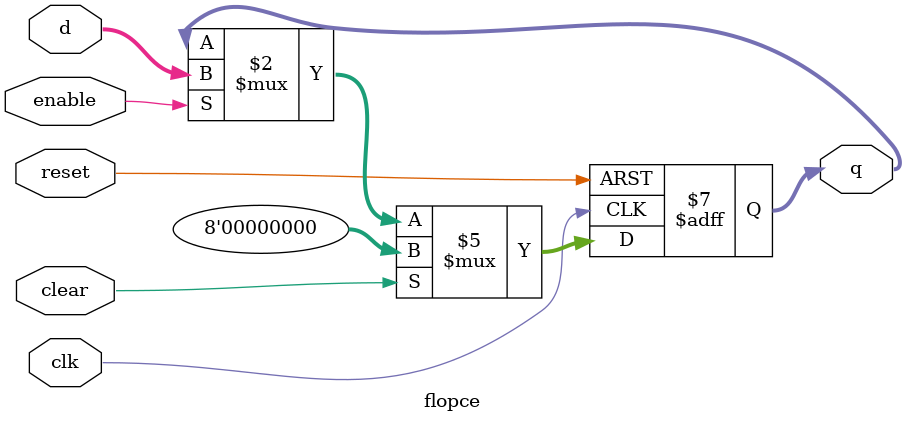
<source format=sv>
module flopce #(parameter WIDTH = 8)
					(input logic clk, reset, clear, enable,
					 input logic  [WIDTH - 1 : 0] d,
					 output logic [WIDTH - 1 : 0] q);

	//Asynchronous reset, synchronous clear / enable.
	always_ff @(posedge clk, posedge reset)
		if (reset) q <= 0;
		else if (clear) q <= 0;
		else if (enable) q <= d;

endmodule

</source>
